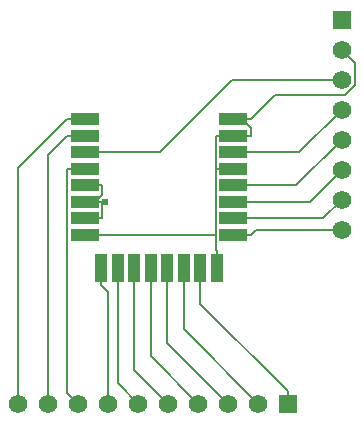
<source format=gtl>
G04 ---------------------------- Layer name :TOP LAYER*
G04 EasyEDA v5.8.22, Thu, 27 Dec 2018 18:25:07 GMT*
G04 83e352a6ecc44a8a847cc623543be36f*
G04 Gerber Generator version 0.2*
G04 Scale: 100 percent, Rotated: No, Reflected: No *
G04 Dimensions in millimeters *
G04 leading zeros omitted , absolute positions ,3 integer and 3 decimal *
%FSLAX33Y33*%
%MOMM*%
G90*
G71D02*

%ADD11C,0.159995*%
%ADD12C,0.610006*%
%ADD13R,2.450008X0.999998*%
%ADD14R,0.999998X2.450008*%
%ADD15R,1.574800X1.574800*%
%ADD16C,1.574800*%

%LPD*%
G54D11*
G01X9194Y21983D02*
G01X10660Y21983D01*
G01X10896Y20584D02*
G01X10657Y20584D01*
G01X9845Y20584D02*
G01X10048Y20584D01*
G01X10660Y21196D01*
G01X10660Y21983D01*
G01X9845Y20584D02*
G01X10657Y20584D01*
G01X9192Y20584D02*
G01X9845Y20584D01*
G01X9192Y19184D02*
G01X10657Y19184D01*
G01X10657Y19184D02*
G01X10657Y20584D01*
G01X9192Y27584D02*
G01X7726Y27584D01*
G01X3556Y3505D02*
G01X3556Y23413D01*
G01X7726Y27584D01*
G01X7724Y26184D02*
G01X6096Y24559D01*
G01X6096Y3505D01*
G01X9192Y26184D02*
G01X7724Y26184D01*
G01X9189Y24785D02*
G01X15557Y24785D01*
G01X21709Y30937D01*
G01X30988Y30937D01*
G01X9192Y23385D02*
G01X7724Y23385D01*
G01X8636Y3505D02*
G01X7724Y4417D01*
G01X7724Y23385D01*
G01X30988Y33477D02*
G01X32092Y32372D01*
G01X32092Y30507D01*
G01X31252Y29667D01*
G01X25344Y29667D01*
G01X23261Y27584D01*
G01X20327Y17785D02*
G01X20327Y16525D01*
G01X20396Y16454D01*
G01X20327Y23383D02*
G01X20327Y17785D01*
G01X20327Y17785D02*
G01X10657Y17785D01*
G01X9192Y17785D02*
G01X10657Y17785D01*
G01X20396Y14986D02*
G01X20396Y16454D01*
G01X20406Y23383D02*
G01X20327Y23383D01*
G01X21793Y23383D02*
G01X20406Y23383D01*
G01X21795Y26182D02*
G01X20327Y26182D01*
G01X20327Y26182D02*
G01X20325Y26179D01*
G01X20325Y23388D01*
G01X20327Y23383D01*
G01X22037Y26182D02*
G01X21795Y26182D01*
G01X22037Y26182D02*
G01X23261Y26182D01*
G01X22529Y27584D02*
G01X23261Y26850D01*
G01X23261Y26182D01*
G01X22529Y27584D02*
G01X23261Y27584D01*
G01X21795Y27584D02*
G01X22529Y27584D01*
G01X10594Y14988D02*
G01X10594Y13522D01*
G01X11176Y3505D02*
G01X11176Y12941D01*
G01X10594Y13522D01*
G01X13716Y3505D02*
G01X11996Y5224D01*
G01X11996Y14986D01*
G01X16256Y3505D02*
G01X13398Y6362D01*
G01X13398Y14986D01*
G01X14798Y14986D02*
G01X14798Y7503D01*
G01X18796Y3505D01*
G01X16197Y14986D02*
G01X16197Y8643D01*
G01X21336Y3505D01*
G01X17597Y14986D02*
G01X17597Y9784D01*
G01X23876Y3505D01*
G01X18996Y14986D02*
G01X18996Y11953D01*
G01X26416Y4533D01*
G01X26416Y3505D02*
G01X26416Y4533D01*
G01X21798Y17797D02*
G01X23263Y17797D01*
G01X30988Y18237D02*
G01X23703Y18237D01*
G01X23263Y17797D01*
G01X30988Y20777D02*
G01X29403Y19192D01*
G01X21795Y19192D01*
G01X30988Y23317D02*
G01X28262Y20591D01*
G01X21795Y20591D01*
G01X30988Y25857D02*
G01X27117Y21986D01*
G01X21795Y21986D01*
G01X30988Y28397D02*
G01X27376Y24785D01*
G01X21793Y24785D01*
G54D13*
G01X9192Y27584D03*
G01X9190Y26186D03*
G01X9189Y24785D03*
G01X9190Y23385D03*
G01X9194Y21983D03*
G01X9190Y20584D03*
G01X9192Y19185D03*
G01X9190Y17785D03*
G54D14*
G01X10594Y14989D03*
G01X11996Y14987D03*
G01X13397Y14986D03*
G01X14796Y14986D03*
G01X16197Y14986D03*
G01X17597Y14986D03*
G01X18996Y14986D03*
G01X20396Y14987D03*
G54D13*
G01X21798Y17797D03*
G01X21794Y19192D03*
G01X21794Y20591D03*
G01X21794Y21986D03*
G01X21793Y23384D03*
G01X21791Y24785D03*
G01X21794Y26183D03*
G01X21794Y27584D03*
G54D15*
G01X30988Y36017D03*
G54D16*
G01X30988Y33477D03*
G01X30988Y30937D03*
G01X30988Y28397D03*
G01X30988Y25857D03*
G01X30988Y23317D03*
G01X30988Y20777D03*
G01X30988Y18237D03*
G01X3556Y3505D03*
G01X6096Y3505D03*
G01X8636Y3505D03*
G01X11176Y3505D03*
G01X13716Y3505D03*
G01X16256Y3505D03*
G01X18796Y3505D03*
G01X21336Y3505D03*
G01X23876Y3505D03*
G54D15*
G01X26416Y3505D03*
G54D12*
G01X10896Y20584D03*
M00*
M02*

</source>
